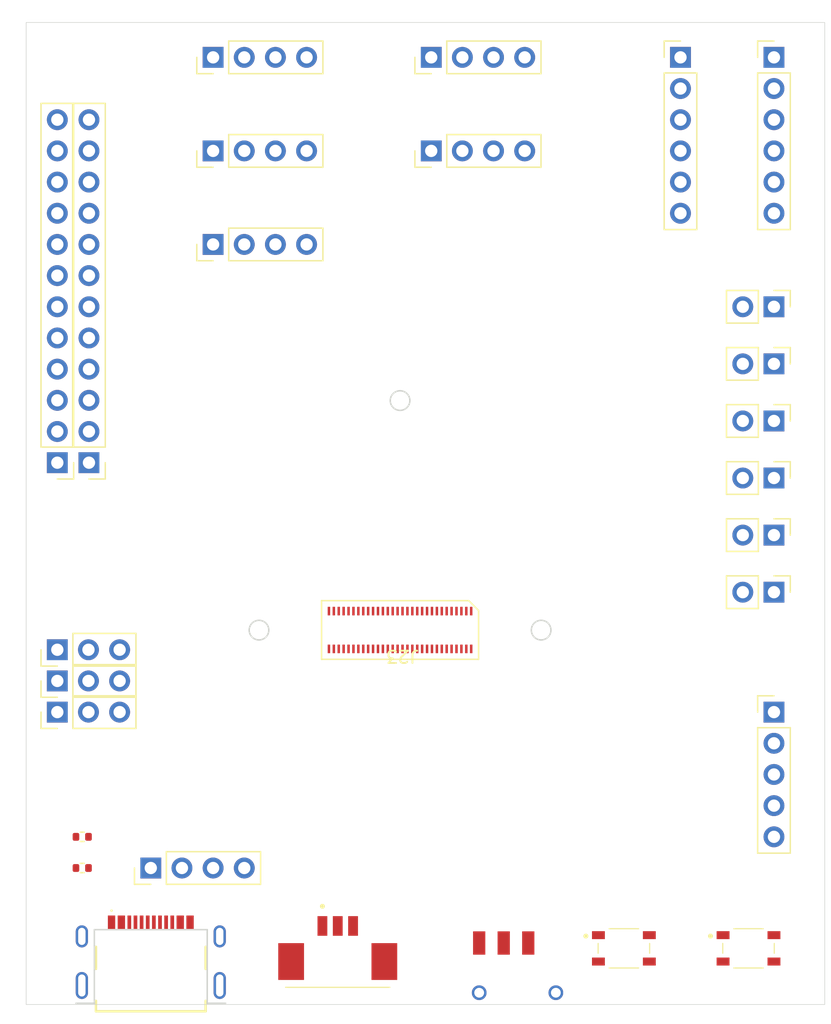
<source format=kicad_pcb>
(kicad_pcb (version 20241229) (generator "pcbnew") (generator_version "9.0")
  (layers (0 "F.Cu" signal) (2 "B.Cu" signal) (13 "F.Paste" user) (15 "B.Paste" user) (5 "F.SilkS" user "F.Silkscreen") (7 "B.SilkS" user "B.Silkscreen") (1 "F.Mask" user) (3 "B.Mask" user) (25 "Edge.Cuts" user))
  (net 0 "")
  (net 2 "/D+")
  (net 3 "GND")
  (net 4 "/VBUS")
  (net 6 "/D-")
  (net 7 "Net-(J1-CC1)")
  (net 8 "Net-(J1-CC2)")
  (net 9 "/VBAT_SWITCHED")
  (net 10 "/VSYS")
  (net 11 "/3V3")
  (net 12 "/BATTERY_TEMP")
  (net 13 "/30")
  (net 14 "/25")
  (net 15 "/52")
  (net 16 "/31")
  (net 17 "/32")
  (net 18 "/27")
  (net 19 "/23")
  (net 20 "/39")
  (net 21 "/17")
  (net 22 "/33")
  (net 23 "/46")
  (net 24 "/29")
  (net 25 "/19")
  (net 26 "/21")
  (net 27 "/5")
  (net 28 "/11")
  (net 29 "/7")
  (net 30 "/53")
  (net 31 "/13")
  (net 32 "/15")
  (net 33 "/35")
  (net 34 "/37")
  (net 35 "/36")
  (net 36 "/40")
  (net 37 "/34")
  (net 38 "/38")
  (net 39 "/42")
  (net 40 "/44")
  (net 41 "/48")
  (net 42 "/50")
  (net 43 "/RST")
  (net 44 "/45")
  (net 45 "/47")
  (net 46 "/51")
  (net 47 "/BOOT")
  (net 48 "/VBAT")
  (net 49 "/55")
  (net 50 "/43")
  (net 51 "/49")
  (net 52 "/57")
  (footprint "Connector_PinHeader_2.54mm:PinHeader_1x03_P2.54mm_Vertical" (layer "F.Cu") (at 91.440001 101.6 90)
    (property "Reference" "J19" (hide yes))
    (property "Value" "Conn_01x03")
    (fp_line (start -1.33 -1.33) (end 0 -1.33) (stroke (width 0.12)) (layer "F.SilkS"))
    (fp_line (start -1.33 0) (end -1.33 -1.33) (stroke (width 0.12)) (layer "F.SilkS"))
    (fp_line (start 1.33 1.270001) (end 1.33 6.409999) (stroke (width 0.12)) (layer "F.SilkS"))
    (fp_line (start -1.33 1.270001) (end 1.33 1.270001) (stroke (width 0.12)) (layer "F.SilkS"))
    (fp_line (start -1.33 1.270001) (end -1.33 6.409999) (stroke (width 0.12)) (layer "F.SilkS"))
    (fp_line (start -1.33 6.409999) (end 1.33 6.409999) (stroke (width 0.12)) (layer "F.SilkS"))
    (pad "1" thru_hole rect (at 0 0 90) (size 1.7 1.7) (drill 1) (layers "*.Cu" "*.Mask") (net 3 "GND"))
    (pad "2" thru_hole oval (at 0 2.54 90) (size 1.7 1.7) (drill 1) (layers "*.Cu" "*.Mask") (net 11 "/3V3"))
    (pad "3" thru_hole oval (at 0 5.079999 90) (size 1.7 1.7) (drill 1) (layers "*.Cu" "*.Mask") (net 26 "/21"))
  )
  (footprint "Component_lib:450405020524" (layer "F.Cu") (at 125.83 126.44)
    (property "Reference" "SW1" (hide yes))
    (property "Value" "450405020524")
    (pad "1" smd rect (at 0 -0.95) (size 1 1.9) (layers "F.Cu" "F.Mask" "F.Paste") (net 9 "/VBAT_SWITCHED"))
    (pad "2" smd rect (at 2 -0.95) (size 1 1.9) (layers "F.Cu" "F.Mask" "F.Paste"))
    (pad "3" smd rect (at 4 -0.95) (size 1 1.9) (layers "F.Cu" "F.Mask" "F.Paste") (net 48 "/VBAT"))
    (pad "MH" thru_hole circle (at 0 3.1) (size 1.2 1.2) (drill 0.8) (layers "*.Cu" "*.Mask"))
    (pad "MH" thru_hole circle (at 6.25 3.1) (size 1.2 1.2) (drill 0.8) (layers "*.Cu" "*.Mask"))
  )
  (footprint "Connector_PinHeader_2.54mm:PinHeader_1x03_P2.54mm_Vertical" (layer "F.Cu") (at 91.440001 106.68 90)
    (property "Reference" "J12" (hide yes))
    (property "Value" "Conn_01x03")
    (fp_line (start -1.33 -1.33) (end 0 -1.33) (stroke (width 0.12)) (layer "F.SilkS"))
    (fp_line (start -1.33 0) (end -1.33 -1.33) (stroke (width 0.12)) (layer "F.SilkS"))
    (fp_line (start 1.33 1.270001) (end 1.33 6.409999) (stroke (width 0.12)) (layer "F.SilkS"))
    (fp_line (start -1.33 1.270001) (end 1.33 1.270001) (stroke (width 0.12)) (layer "F.SilkS"))
    (fp_line (start -1.33 1.270001) (end -1.33 6.409999) (stroke (width 0.12)) (layer "F.SilkS"))
    (fp_line (start -1.33 6.409999) (end 1.33 6.409999) (stroke (width 0.12)) (layer "F.SilkS"))
    (pad "1" thru_hole rect (at 0 0 90) (size 1.7 1.7) (drill 1) (layers "*.Cu" "*.Mask") (net 3 "GND"))
    (pad "2" thru_hole oval (at 0 2.54 90) (size 1.7 1.7) (drill 1) (layers "*.Cu" "*.Mask") (net 11 "/3V3"))
    (pad "3" thru_hole oval (at 0 5.079999 90) (size 1.7 1.7) (drill 1) (layers "*.Cu" "*.Mask") (net 21 "/17"))
  )
  (footprint "Connector_PinHeader_2.54mm:PinHeader_1x02_P2.54mm_Vertical" (layer "F.Cu") (at 149.86 87.610001 -90)
    (property "Reference" "J5" (hide yes))
    (property "Value" "Conn_01x02")
    (fp_line (start -1.33 3.87) (end 1.33 3.87) (stroke (width 0.12)) (layer "F.SilkS"))
    (fp_line (start -1.33 1.270001) (end -1.33 3.87) (stroke (width 0.12)) (layer "F.SilkS"))
    (fp_line (start -1.33 1.270001) (end 1.33 1.270001) (stroke (width 0.12)) (layer "F.SilkS"))
    (fp_line (start 1.33 1.270001) (end 1.33 3.87) (stroke (width 0.12)) (layer "F.SilkS"))
    (fp_line (start -1.33 0) (end -1.33 -1.33) (stroke (width 0.12)) (layer "F.SilkS"))
    (fp_line (start -1.33 -1.33) (end 0 -1.33) (stroke (width 0.12)) (layer "F.SilkS"))
    (pad "1" thru_hole rect (at 0 0 270) (size 1.7 1.7) (drill 1) (layers "*.Cu" "*.Mask") (net 3 "GND"))
    (pad "2" thru_hole oval (at 0 2.54 270) (size 1.7 1.7) (drill 1) (layers "*.Cu" "*.Mask") (net 11 "/3V3"))
  )
  (footprint "Connector_PinHeader_2.54mm:PinHeader_1x04_P2.54mm_Vertical" (layer "F.Cu") (at 104.14 60.96 90)
    (property "Reference" "J20" (hide yes))
    (property "Value" "Conn_01x04")
    (fp_line (start -1.33 -1.33) (end 0 -1.33) (stroke (width 0.12)) (layer "F.SilkS"))
    (fp_line (start -1.33 0) (end -1.33 -1.33) (stroke (width 0.12)) (layer "F.SilkS"))
    (fp_line (start 1.33 1.270001) (end 1.33 8.95) (stroke (width 0.12)) (layer "F.SilkS"))
    (fp_line (start -1.33 1.270001) (end 1.33 1.270001) (stroke (width 0.12)) (layer "F.SilkS"))
    (fp_line (start -1.33 1.270001) (end -1.33 8.95) (stroke (width 0.12)) (layer "F.SilkS"))
    (fp_line (start -1.33 8.95) (end 1.33 8.95) (stroke (width 0.12)) (layer "F.SilkS"))
    (pad "1" thru_hole rect (at 0 0 90) (size 1.7 1.7) (drill 1) (layers "*.Cu" "*.Mask") (net 3 "GND"))
    (pad "2" thru_hole oval (at 0 2.54 90) (size 1.7 1.7) (drill 1) (layers "*.Cu" "*.Mask") (net 35 "/36"))
    (pad "3" thru_hole oval (at 0 5.079999 90) (size 1.7 1.7) (drill 1) (layers "*.Cu" "*.Mask") (net 37 "/34"))
    (pad "4" thru_hole oval (at 0 7.62 90) (size 1.7 1.7) (drill 1) (layers "*.Cu" "*.Mask") (net 11 "/3V3"))
  )
  (footprint "Connector_PinHeader_2.54mm:PinHeader_1x02_P2.54mm_Vertical" (layer "F.Cu") (at 149.86 92.26 -90)
    (property "Reference" "J13" (hide yes))
    (property "Value" "Conn_01x02")
    (fp_line (start -1.33 3.87) (end 1.33 3.87) (stroke (width 0.12)) (layer "F.SilkS"))
    (fp_line (start -1.33 1.270001) (end -1.33 3.87) (stroke (width 0.12)) (layer "F.SilkS"))
    (fp_line (start -1.33 1.270001) (end 1.33 1.270001) (stroke (width 0.12)) (layer "F.SilkS"))
    (fp_line (start 1.33 1.270001) (end 1.33 3.87) (stroke (width 0.12)) (layer "F.SilkS"))
    (fp_line (start -1.33 0) (end -1.33 -1.33) (stroke (width 0.12)) (layer "F.SilkS"))
    (fp_line (start -1.33 -1.33) (end 0 -1.33) (stroke (width 0.12)) (layer "F.SilkS"))
    (pad "1" thru_hole rect (at 0 0 270) (size 1.7 1.7) (drill 1) (layers "*.Cu" "*.Mask") (net 33 "/35"))
    (pad "2" thru_hole oval (at 0 2.54 270) (size 1.7 1.7) (drill 1) (layers "*.Cu" "*.Mask") (net 34 "/37"))
  )
  (footprint "Resistor_SMD:R_0402_1005Metric" (layer "F.Cu") (at 93.47 116.84)
    (property "Reference" "R2" (hide yes))
    (property "Value" "5k1")
    (fp_line (start -0.153641 -0.38) (end 0.153641 -0.38) (stroke (width 0.12)) (layer "F.SilkS"))
    (fp_line (start -0.153641 0.38) (end 0.153641 0.38) (stroke (width 0.12)) (layer "F.SilkS"))
    (pad "1" smd roundrect (at -0.51 0) (size 0.54 0.64) (layers "F.Cu" "F.Mask" "F.Paste") (net 7 "Net-(J1-CC1)"))
    (pad "2" smd roundrect (at 0.51 0) (size 0.54 0.64) (layers "F.Cu" "F.Mask" "F.Paste") (net 3 "GND"))
  )
  (footprint "Component_lib:USB4510031A" (layer "F.Cu") (at 99.06 127.8)
    (property "Reference" "J1" (hide yes))
    (property "Value" "USB4510-03-1-A" (hide yes))
    (fp_line (start -4.47 -2) (end -4.47 -0.2) (stroke (width 0.2)) (layer "F.SilkS"))
    (fp_line (start -4.47 3.25) (end -4.47 2.4) (stroke (width 0.2)) (layer "F.SilkS"))
    (fp_line (start -3.2 -5) (end -3.2 -5) (stroke (width 0.1)) (layer "F.SilkS"))
    (fp_line (start -3.2 -4.9) (end -3.2 -4.9) (stroke (width 0.1)) (layer "F.SilkS"))
    (fp_line (start 4.47 -2) (end 4.47 -0.2) (stroke (width 0.2)) (layer "F.SilkS"))
    (fp_line (start 4.47 2.4) (end 4.47 3.25) (stroke (width 0.2)) (layer "F.SilkS"))
    (fp_line (start 4.47 3.25) (end -4.47 3.25) (stroke (width 0.2)) (layer "F.SilkS"))
    (fp_arc (start -3.2 -5) (mid -3.15 -4.95) (end -3.2 -4.9) (stroke (width 0.1)) (layer "F.SilkS"))
    (fp_arc (start -3.2 -4.9) (mid -3.25 -4.95) (end -3.2 -5) (stroke (width 0.1)) (layer "F.SilkS"))
    (fp_line (start -4.6 -3.4) (end 4.6 -3.4) (stroke (width 0.12)) (layer "Edge.Cuts"))
    (fp_line (start -4.6 2.6) (end -6.1 2.6) (stroke (width 0.12)) (layer "Edge.Cuts"))
    (fp_line (start -4.6 2.6) (end -4.6 -3.4) (stroke (width 0.12)) (layer "Edge.Cuts"))
    (fp_line (start 4.6 -3.4) (end 4.6 2.6) (stroke (width 0.12)) (layer "Edge.Cuts"))
    (fp_line (start 4.6 2.6) (end 6.1 2.6) (stroke (width 0.12)) (layer "Edge.Cuts"))
    (pad "A1" smd rect (at -3.2 -4) (size 0.6 1.1) (layers "F.Cu" "F.Mask" "F.Paste") (net 3 "GND"))
    (pad "A4" smd rect (at -2.4 -4) (size 0.6 1.1) (layers "F.Cu" "F.Mask" "F.Paste") (net 4 "/VBUS"))
    (pad "A5" smd rect (at -1.25 -4) (size 0.3 1.1) (layers "F.Cu" "F.Mask" "F.Paste") (net 7 "Net-(J1-CC1)"))
    (pad "A6" smd rect (at -0.25 -4) (size 0.3 1.1) (layers "F.Cu" "F.Mask" "F.Paste") (net 2 "/D+"))
    (pad "A7" smd rect (at 0.25 -4) (size 0.3 1.1) (layers "F.Cu" "F.Mask" "F.Paste") (net 6 "/D-"))
    (pad "A8" smd rect (at 1.25 -4) (size 0.3 1.1) (layers "F.Cu" "F.Mask" "F.Paste"))
    (pad "A9" smd rect (at 2.4 -4) (size 0.6 1.1) (layers "F.Cu" "F.Mask" "F.Paste") (net 4 "/VBUS"))
    (pad "A12" smd rect (at 3.2 -4) (size 0.6 1.1) (layers "F.Cu" "F.Mask" "F.Paste") (net 3 "GND"))
    (pad "B5" smd rect (at 1.75 -4) (size 0.3 1.1) (layers "F.Cu" "F.Mask" "F.Paste") (net 8 "Net-(J1-CC2)"))
    (pad "B6" smd rect (at 0.75 -4) (size 0.3 1.1) (layers "F.Cu" "F.Mask" "F.Paste") (net 2 "/D+"))
    (pad "B7" smd rect (at -0.75 -4) (size 0.3 1.1) (layers "F.Cu" "F.Mask" "F.Paste") (net 6 "/D-"))
    (pad "B8" smd rect (at -1.75 -4) (size 0.3 1.1) (layers "F.Cu" "F.Mask" "F.Paste"))
    (pad "MH1" thru_hole oval (at -5.62 -2.85) (size 1 1.8) (drill oval 0.6 1.4) (layers "*.Cu" "*.Mask") (net 3 "GND"))
    (pad "MH2" thru_hole oval (at -5.62 1.15) (size 1 2.2) (drill oval 0.6 1.8) (layers "*.Cu" "*.Mask") (net 3 "GND"))
    (pad "MH3" thru_hole oval (at 5.62 1.15) (size 1 2.2) (drill oval 0.6 1.8) (layers "*.Cu" "*.Mask") (net 3 "GND"))
    (pad "MH4" thru_hole oval (at 5.62 -2.85) (size 1 1.8) (drill oval 0.6 1.4) (layers "*.Cu" "*.Mask") (net 3 "GND"))
  )
  (footprint "Resistor_SMD:R_0402_1005Metric" (layer "F.Cu") (at 93.47 119.38)
    (property "Reference" "R1" (hide yes))
    (property "Value" "5k1")
    (fp_line (start -0.153641 -0.38) (end 0.153641 -0.38) (stroke (width 0.12)) (layer "F.SilkS"))
    (fp_line (start -0.153641 0.38) (end 0.153641 0.38) (stroke (width 0.12)) (layer "F.SilkS"))
    (pad "1" smd roundrect (at -0.51 0) (size 0.54 0.64) (layers "F.Cu" "F.Mask" "F.Paste") (net 8 "Net-(J1-CC2)"))
    (pad "2" smd roundrect (at 0.51 0) (size 0.54 0.64) (layers "F.Cu" "F.Mask" "F.Paste") (net 3 "GND"))
  )
  (footprint "Connector_PinHeader_2.54mm:PinHeader_1x06_P2.54mm_Vertical" (layer "F.Cu") (at 149.86 53.34)
    (property "Reference" "J10" (hide yes))
    (property "Value" "Conn_01x06")
    (fp_line (start -1.33 -1.33) (end 0 -1.33) (stroke (width 0.12)) (layer "F.SilkS"))
    (fp_line (start -1.33 0) (end -1.33 -1.33) (stroke (width 0.12)) (layer "F.SilkS"))
    (fp_line (start -1.33 1.27) (end -1.33 14.03) (stroke (width 0.12)) (layer "F.SilkS"))
    (fp_line (start -1.33 1.27) (end 1.33 1.27) (stroke (width 0.12)) (layer "F.SilkS"))
    (fp_line (start -1.33 14.03) (end 1.33 14.03) (stroke (width 0.12)) (layer "F.SilkS"))
    (fp_line (start 1.33 1.27) (end 1.33 14.03) (stroke (width 0.12)) (layer "F.SilkS"))
    (pad "1" thru_hole rect (at 0 0) (size 1.7 1.7) (drill 1) (layers "*.Cu" "*.Mask") (net 3 "GND"))
    (pad "2" thru_hole oval (at 0 2.54) (size 1.7 1.7) (drill 1) (layers "*.Cu" "*.Mask") (net 28 "/11"))
    (pad "3" thru_hole oval (at 0 5.08) (size 1.7 1.7) (drill 1) (layers "*.Cu" "*.Mask") (net 30 "/53"))
    (pad "4" thru_hole oval (at 0 7.62) (size 1.7 1.7) (drill 1) (layers "*.Cu" "*.Mask") (net 29 "/7"))
    (pad "5" thru_hole oval (at 0 10.16) (size 1.7 1.7) (drill 1) (layers "*.Cu" "*.Mask") (net 27 "/5"))
    (pad "6" thru_hole oval (at 0 12.7) (size 1.7 1.7) (drill 1) (layers "*.Cu" "*.Mask") (net 11 "/3V3"))
  )
  (footprint "Connector_PinHeader_2.54mm:PinHeader_1x04_P2.54mm_Vertical" (layer "F.Cu") (at 99.06 119.38 90)
    (property "Reference" "J7" (hide yes))
    (property "Value" "Conn_01x04")
    (fp_line (start -1.33 -1.33) (end 0 -1.33) (stroke (width 0.12)) (layer "F.SilkS"))
    (fp_line (start -1.33 0) (end -1.33 -1.33) (stroke (width 0.12)) (layer "F.SilkS"))
    (fp_line (start 1.33 1.270001) (end 1.33 8.95) (stroke (width 0.12)) (layer "F.SilkS"))
    (fp_line (start -1.33 1.270001) (end 1.33 1.270001) (stroke (width 0.12)) (layer "F.SilkS"))
    (fp_line (start -1.33 1.270001) (end -1.33 8.95) (stroke (width 0.12)) (layer "F.SilkS"))
    (fp_line (start -1.33 8.95) (end 1.33 8.95) (stroke (width 0.12)) (layer "F.SilkS"))
    (pad "1" thru_hole rect (at 0 0 90) (size 1.7 1.7) (drill 1) (layers "*.Cu" "*.Mask") (net 4 "/VBUS"))
    (pad "2" thru_hole oval (at 0 2.54 90) (size 1.7 1.7) (drill 1) (layers "*.Cu" "*.Mask") (net 2 "/D+"))
    (pad "3" thru_hole oval (at 0 5.079999 90) (size 1.7 1.7) (drill 1) (layers "*.Cu" "*.Mask") (net 6 "/D-"))
    (pad "4" thru_hole oval (at 0 7.62 90) (size 1.7 1.7) (drill 1) (layers "*.Cu" "*.Mask") (net 3 "GND"))
  )
  (footprint "Connector_PinHeader_2.54mm:PinHeader_1x04_P2.54mm_Vertical" (layer "F.Cu") (at 104.14 53.34 90)
    (property "Reference" "J9" (hide yes))
    (property "Value" "Conn_01x04")
    (fp_line (start -1.33 -1.33) (end 0 -1.33) (stroke (width 0.12)) (layer "F.SilkS"))
    (fp_line (start -1.33 0) (end -1.33 -1.33) (stroke (width 0.12)) (layer "F.SilkS"))
    (fp_line (start 1.33 1.270001) (end 1.33 8.95) (stroke (width 0.12)) (layer "F.SilkS"))
    (fp_line (start -1.33 1.270001) (end 1.33 1.270001) (stroke (width 0.12)) (layer "F.SilkS"))
    (fp_line (start -1.33 1.270001) (end -1.33 8.95) (stroke (width 0.12)) (layer "F.SilkS"))
    (fp_line (start -1.33 8.95) (end 1.33 8.95) (stroke (width 0.12)) (layer "F.SilkS"))
    (pad "1" thru_hole rect (at 0 0 90) (size 1.7 1.7) (drill 1) (layers "*.Cu" "*.Mask") (net 3 "GND"))
    (pad "2" thru_hole oval (at 0 2.54 90) (size 1.7 1.7) (drill 1) (layers "*.Cu" "*.Mask") (net 26 "/21"))
    (pad "3" thru_hole oval (at 0 5.079999 90) (size 1.7 1.7) (drill 1) (layers "*.Cu" "*.Mask") (net 25 "/19"))
    (pad "4" thru_hole oval (at 0 7.62 90) (size 1.7 1.7) (drill 1) (layers "*.Cu" "*.Mask") (net 11 "/3V3"))
  )
  (footprint "Component_lib:PSoM_ESP32S2_00" (layer "F.Cu") (at 119.38 100)
    (property "Reference" "J23" (at 0.2 2.13 180) (layer "F.SilkS"))
    (property "Value" "PSoM_ESP32S2_Carrier_Board")
    (fp_line (start -6.4 -2.4) (end 5.6 -2.4) (stroke (width 0.12)) (layer "F.SilkS"))
    (fp_line (start -6.4 2.38) (end -6.4 -2.4) (stroke (width 0.12)) (layer "F.SilkS"))
    (fp_line (start 5.6 -2.4) (end 6.4 -1.6) (stroke (width 0.12)) (layer "F.SilkS"))
    (fp_line (start 6.4 -1.6) (end 6.4 2.38) (stroke (width 0.12)) (layer "F.SilkS"))
    (fp_line (start 6.4 2.38) (end -6.4 2.38) (stroke (width 0.12)) (layer "F.SilkS"))
    (fp_circle (center -11.5 0) (end -10.7 0) (stroke (width 0.12)) (fill no) (layer "Edge.Cuts"))
    (fp_circle (center 0 -18.7) (end 0.8 -18.7) (stroke (width 0.12)) (fill no) (layer "Edge.Cuts"))
    (fp_circle (center 11.5 0) (end 12.3 0) (stroke (width 0.12)) (fill no) (layer "Edge.Cuts"))
    (pad "1" smd rect (at 5.8 -1.55 180) (size 0.2 0.7) (layers "F.Cu" "F.Mask" "F.Paste") (net 3 "GND"))
    (pad "2" smd rect (at 5.8 1.53 180) (size 0.2 0.7) (layers "F.Cu" "F.Mask" "F.Paste") (net 3 "GND"))
    (pad "3" smd rect (at 5.4 -1.55 180) (size 0.2 0.7) (layers "F.Cu" "F.Mask" "F.Paste") (net 12 "/BATTERY_TEMP"))
    (pad "4" smd rect (at 5.4 1.53 180) (size 0.2 0.7) (layers "F.Cu" "F.Mask" "F.Paste") (net 48 "/VBAT"))
    (pad "5" smd rect (at 5 -1.55 180) (size 0.2 0.7) (layers "F.Cu" "F.Mask" "F.Paste") (net 27 "/5"))
    (pad "6" smd rect (at 5 1.53 180) (size 0.2 0.7) (layers "F.Cu" "F.Mask" "F.Paste") (net 48 "/VBAT"))
    (pad "7" smd rect (at 4.6 -1.55 180) (size 0.2 0.7) (layers "F.Cu" "F.Mask" "F.Paste") (net 29 "/7"))
    (pad "8" smd rect (at 4.6 1.53 180) (size 0.2 0.7) (layers "F.Cu" "F.Mask" "F.Paste") (net 48 "/VBAT"))
    (pad "9" smd rect (at 4.2 -1.55 180) (size 0.2 0.7) (layers "F.Cu" "F.Mask" "F.Paste") (net 30 "/53"))
    (pad "10" smd rect (at 4.2 1.53 180) (size 0.2 0.7) (layers "F.Cu" "F.Mask" "F.Paste") (net 4 "/VBUS"))
    (pad "11" smd rect (at 3.8 -1.55 180) (size 0.2 0.7) (layers "F.Cu" "F.Mask" "F.Paste") (net 28 "/11"))
    (pad "12" smd rect (at 3.8 1.53 180) (size 0.2 0.7) (layers "F.Cu" "F.Mask" "F.Paste") (net 4 "/VBUS"))
    (pad "13" smd rect (at 3.4 -1.55 180) (size 0.2 0.7) (layers "F.Cu" "F.Mask" "F.Paste") (net 31 "/13"))
    (pad "14" smd rect (at 3.4 1.53 180) (size 0.2 0.7) (layers "F.Cu" "F.Mask" "F.Paste") (net 10 "/VSYS"))
    (pad "15" smd rect (at 3 -1.55 180) (size 0.2 0.7) (layers "F.Cu" "F.Mask" "F.Paste") (net 32 "/15"))
    (pad "16" smd rect (at 3 1.53 180) (size 0.2 0.7) (layers "F.Cu" "F.Mask" "F.Paste") (net 10 "/VSYS"))
    (pad "17" smd rect (at 2.6 -1.55 180) (size 0.2 0.7) (layers "F.Cu" "F.Mask" "F.Paste") (net 21 "/17"))
    (pad "18" smd rect (at 2.6 1.53 180) (size 0.2 0.7) (layers "F.Cu" "F.Mask" "F.Paste") (net 11 "/3V3"))
    (pad "19" smd rect (at 2.2 -1.55 180) (size 0.2 0.7) (layers "F.Cu" "F.Mask" "F.Paste") (net 25 "/19"))
    (pad "20" smd rect (at 2.2 1.53 180) (size 0.2 0.7) (layers "F.Cu" "F.Mask" "F.Paste") (net 11 "/3V3"))
    (pad "21" smd rect (at 1.8 -1.55 180) (size 0.2 0.7) (layers "F.Cu" "F.Mask" "F.Paste") (net 26 "/21"))
    (pad "22" smd rect (at 1.8 1.53 180) (size 0.2 0.7) (layers "F.Cu" "F.Mask" "F.Paste") (net 3 "GND"))
    (pad "23" smd rect (at 1.4 -1.55 180) (size 0.2 0.7) (layers "F.Cu" "F.Mask" "F.Paste") (net 19 "/23"))
    (pad "24" smd rect (at 1.4 1.53 180) (size 0.2 0.7) (layers "F.Cu" "F.Mask" "F.Paste") (net 3 "GND"))
    (pad "25" smd rect (at 1 -1.55 180) (size 0.2 0.7) (layers "F.Cu" "F.Mask" "F.Paste") (net 14 "/25"))
    (pad "26" smd rect (at 1 1.53 180) (size 0.2 0.7) (layers "F.Cu" "F.Mask" "F.Paste") (net 47 "/BOOT"))
    (pad "27" smd rect (at 0.6 -1.55 180) (size 0.2 0.7) (layers "F.Cu" "F.Mask" "F.Paste") (net 18 "/27"))
    (pad "28" smd rect (at 0.6 1.53 180) (size 0.2 0.7) (layers "F.Cu" "F.Mask" "F.Paste") (net 43 "/RST"))
    (pad "29" smd rect (at 0.2 -1.55 180) (size 0.2 0.7) (layers "F.Cu" "F.Mask" "F.Paste") (net 24 "/29"))
    (pad "30" smd rect (at 0.2 1.53 180) (size 0.2 0.7) (layers "F.Cu" "F.Mask" "F.Paste") (net 13 "/30"))
    (pad "31" smd rect (at -0.2 -1.55 180) (size 0.2 0.7) (layers "F.Cu" "F.Mask" "F.Paste") (net 16 "/31"))
    (pad "32" smd rect (at -0.2 1.53 180) (size 0.2 0.7) (layers "F.Cu" "F.Mask" "F.Paste") (net 17 "/32"))
    (pad "33" smd rect (at -0.6 -1.55 180) (size 0.2 0.7) (layers "F.Cu" "F.Mask" "F.Paste") (net 22 "/33"))
    (pad "34" smd rect (at -0.6 1.53 180) (size 0.2 0.7) (layers "F.Cu" "F.Mask" "F.Paste") (net 37 "/34"))
    (pad "35" smd rect (at -1 -1.55 180) (size 0.2 0.7) (layers "F.Cu" "F.Mask" "F.Paste") (net 33 "/35"))
    (pad "36" smd rect (at -1 1.53 180) (size 0.2 0.7) (layers "F.Cu" "F.Mask" "F.Paste") (net 35 "/36"))
    (pad "37" smd rect (at -1.4 -1.55 180) (size 0.2 0.7) (layers "F.Cu" "F.Mask" "F.Paste") (net 34 "/37"))
    (pad "38" smd rect (at -1.4 1.53 180) (size 0.2 0.7) (layers "F.Cu" "F.Mask" "F.Paste") (net 38 "/38"))
    (pad "39" smd rect (at -1.8 -1.55 180) (size 0.2 0.7) (layers "F.Cu" "F.Mask" "F.Paste") (net 20 "/39"))
    (pad "40" smd rect (at -1.8 1.53 180) (size 0.2 0.7) (layers "F.Cu" "F.Mask" "F.Paste") (net 36 "/40"))
    (pad "41" smd rect (at -2.2 -1.55 180) (size 0.2 0.7) (layers "F.Cu" "F.Mask" "F.Paste") (net 3 "GND"))
    (pad "42" smd rect (at -2.2 1.53 180) (size 0.2 0.7) (layers "F.Cu" "F.Mask" "F.Paste") (net 39 "/42"))
    (pad "43" smd rect (at -2.6 -1.55 180) (size 0.2 0.7) (layers "F.Cu" "F.Mask" "F.Paste") (net 50 "/43"))
    (pad "44" smd rect (at -2.6 1.53 180) (size 0.2 0.7) (layers "F.Cu" "F.Mask" "F.Paste") (net 40 "/44"))
    (pad "45" smd rect (at -3 -1.55 180) (size 0.2 0.7) (layers "F.Cu" "F.Mask" "F.Paste") (net 44 "/45"))
    (pad "46" smd rect (at -3 1.53 180) (size 0.2 0.7) (layers "F.Cu" "F.Mask" "F.Paste") (net 23 "/46"))
    (pad "47" smd rect (at -3.4 -1.55 180) (size 0.2 0.7) (layers "F.Cu" "F.Mask" "F.Paste") (net 45 "/47"))
    (pad "48" smd rect (at -3.4 1.53 180) (size 0.2 0.7) (layers "F.Cu" "F.Mask" "F.Paste") (net 41 "/48"))
    (pad "49" smd rect (at -3.8 -1.55 180) (size 0.2 0.7) (layers "F.Cu" "F.Mask" "F.Paste") (net 51 "/49"))
    (pad "50" smd rect (at -3.8 1.53 180) (size 0.2 0.7) (layers "F.Cu" "F.Mask" "F.Paste") (net 42 "/50"))
    (pad "51" smd rect (at -4.2 -1.55 180) (size 0.2 0.7) (layers "F.Cu" "F.Mask" "F.Paste") (net 46 "/51"))
    (pad "52" smd rect (at -4.2 1.53 180) (size 0.2 0.7) (layers "F.Cu" "F.Mask" "F.Paste") (net 15 "/52"))
    (pad "53" smd rect (at -4.6 -1.55 180) (size 0.2 0.7) (layers "F.Cu" "F.Mask" "F.Paste") (net 30 "/53"))
    (pad "54" smd rect (at -4.6 1.53 180) (size 0.2 0.7) (layers "F.Cu" "F.Mask" "F.Paste") (net 3 "GND"))
    (pad "55" smd rect (at -5 -1.55 180) (size 0.2 0.7) (layers "F.Cu" "F.Mask" "F.Paste") (net 49 "/55"))
    (pad "56" smd rect (at -5 1.53 180) (size 0.2 0.7) (layers "F.Cu" "F.Mask" "F.Paste") (net 2 "/D+"))
    (pad "57" smd rect (at -5.4 -1.55 180) (size 0.2 0.7) (layers "F.Cu" "F.Mask" "F.Paste") (net 52 "/57"))
    (pad "58" smd rect (at -5.4 1.53 180) (size 0.2 0.7) (layers "F.Cu" "F.Mask" "F.Paste") (net 6 "/D-"))
    (pad "59" smd rect (at -5.8 -1.55 180) (size 0.2 0.7) (layers "F.Cu" "F.Mask" "F.Paste") (net 3 "GND"))
    (pad "60" smd rect (at -5.8 1.53 180) (size 0.2 0.7) (layers "F.Cu" "F.Mask" "F.Paste") (net 3 "GND"))
  )
  (footprint "Connector_PinHeader_2.54mm:PinHeader_1x02_P2.54mm_Vertical" (layer "F.Cu") (at 149.86 96.91 -90)
    (property "Reference" "J16" (hide yes))
    (property "Value" "Conn_01x02")
    (fp_line (start -1.33 3.87) (end 1.33 3.87) (stroke (width 0.12)) (layer "F.SilkS"))
    (fp_line (start -1.33 1.270001) (end -1.33 3.87) (stroke (width 0.12)) (layer "F.SilkS"))
    (fp_line (start -1.33 1.270001) (end 1.33 1.270001) (stroke (width 0.12)) (layer "F.SilkS"))
    (fp_line (start 1.33 1.270001) (end 1.33 3.87) (stroke (width 0.12)) (layer "F.SilkS"))
    (fp_line (start -1.33 0) (end -1.33 -1.33) (stroke (width 0.12)) (layer "F.SilkS"))
    (fp_line (start -1.33 -1.33) (end 0 -1.33) (stroke (width 0.12)) (layer "F.SilkS"))
    (pad "1" thru_hole rect (at 0 0 270) (size 1.7 1.7) (drill 1) (layers "*.Cu" "*.Mask") (net 3 "GND"))
    (pad "2" thru_hole oval (at 0 2.54 270) (size 1.7 1.7) (drill 1) (layers "*.Cu" "*.Mask") (net 3 "GND"))
  )
  (footprint "Component_lib:532610371" (layer "F.Cu") (at 114.3 127)
    (property "Reference" "J6" (hide yes))
    (property "Value" "53261-0371" (hide yes))
    (fp_line (start -4.25 2.1) (end 4.25 2.1) (stroke (width 0.1)) (layer "F.SilkS"))
    (fp_line (start -1.25 -4.6) (end -1.25 -4.6) (stroke (width 0.2)) (layer "F.SilkS"))
    (fp_line (start -1.25 -4.4) (end -1.25 -4.4) (stroke (width 0.2)) (layer "F.SilkS"))
    (fp_arc (start -1.25 -4.6) (mid -1.15 -4.5) (end -1.25 -4.4) (stroke (width 0.2)) (layer "F.SilkS"))
    (fp_arc (start -1.25 -4.4) (mid -1.35 -4.5) (end -1.25 -4.6) (stroke (width 0.2)) (layer "F.SilkS"))
    (pad "1" smd rect (at -1.25 -2.9) (size 0.8 1.6) (layers "F.Cu" "F.Mask" "F.Paste") (net 9 "/VBAT_SWITCHED"))
    (pad "2" smd rect (at 0 -2.9) (size 0.8 1.6) (layers "F.Cu" "F.Mask" "F.Paste") (net 12 "/BATTERY_TEMP"))
    (pad "3" smd rect (at 1.25 -2.9) (size 0.8 1.6) (layers "F.Cu" "F.Mask" "F.Paste") (net 3 "GND"))
    (pad "MP1" smd rect (at -3.8 0) (size 2.1 3) (layers "F.Cu" "F.Mask" "F.Paste") (net 3 "GND"))
    (pad "MP2" smd rect (at 3.8 0) (size 2.1 3) (layers "F.Cu" "F.Mask" "F.Paste") (net 3 "GND"))
  )
  (footprint "Connector_PinHeader_2.54mm:PinHeader_1x12_P2.54mm_Vertical" (layer "F.Cu") (at 94.02 86.359999 180)
    (property "Reference" "J8" (hide yes))
    (property "Value" "Conn_01x12")
    (fp_line (start 1.33 1.270001) (end 1.330001 29.27) (stroke (width 0.12)) (layer "F.SilkS"))
    (fp_line (start -1.33 1.270001) (end 1.33 1.270001) (stroke (width 0.12)) (layer "F.SilkS"))
    (fp_line (start -1.33 1.270001) (end -1.330001 29.27) (stroke (width 0.12)) (layer "F.SilkS"))
    (fp_line (start -1.33 0) (end -1.33 -1.33) (stroke (width 0.12)) (layer "F.SilkS"))
    (fp_line (start -1.33 -1.33) (end 0 -1.33) (stroke (width 0.12)) (layer "F.SilkS"))
    (fp_line (start -1.330001 29.27) (end 1.330001 29.27) (stroke (width 0.12)) (layer "F.SilkS"))
    (pad "1" thru_hole rect (at 0 0 180) (size 1.7 1.7) (drill 1) (layers "*.Cu" "*.Mask") (net 19 "/23"))
    (pad "2" thru_hole oval (at 0 2.54 180) (size 1.7 1.7) (drill 1) (layers "*.Cu" "*.Mask") (net 14 "/25"))
    (pad "3" thru_hole oval (at 0 5.079999 180) (size 1.7 1.7) (drill 1) (layers "*.Cu" "*.Mask") (net 18 "/27"))
    (pad "4" thru_hole oval (at 0 7.62 180) (size 1.7 1.7) (drill 1) (layers "*.Cu" "*.Mask") (net 24 "/29"))
    (pad "5" thru_hole oval (at 0 10.16 180) (size 1.7 1.7) (drill 1) (layers "*.Cu" "*.Mask") (net 16 "/31"))
    (pad "6" thru_hole oval (at 0 12.7 180) (size 1.7 1.7) (drill 1) (layers "*.Cu" "*.Mask") (net 22 "/33"))
    (pad "7" thru_hole oval (at 0 15.24 180) (size 1.7 1.7) (drill 1) (layers "*.Cu" "*.Mask") (net 20 "/39"))
    (pad "8" thru_hole oval (at 0 17.780001 180) (size 1.7 1.7) (drill 1) (layers "*.Cu" "*.Mask") (net 13 "/30"))
    (pad "9" thru_hole oval (at 0 20.32 180) (size 1.7 1.7) (drill 1) (layers "*.Cu" "*.Mask") (net 17 "/32"))
    (pad "10" thru_hole oval (at 0 22.86 180) (size 1.7 1.7) (drill 1) (layers "*.Cu" "*.Mask") (net 23 "/46"))
    (pad "11" thru_hole oval (at 0 25.4 180) (size 1.7 1.7) (drill 1) (layers "*.Cu" "*.Mask") (net 21 "/17"))
    (pad "12" thru_hole oval (at 0 27.939999 180) (size 1.7 1.7) (drill 1) (layers "*.Cu" "*.Mask") (net 15 "/52"))
  )
  (footprint "Connector_PinHeader_2.54mm:PinHeader_1x04_P2.54mm_Vertical" (layer "F.Cu") (at 121.920001 53.34 90)
    (property "Reference" "J11" (hide yes))
    (property "Value" "Conn_01x04")
    (fp_line (start -1.33 -1.33) (end 0 -1.33) (stroke (width 0.12)) (layer "F.SilkS"))
    (fp_line (start -1.33 0) (end -1.33 -1.33) (stroke (width 0.12)) (layer "F.SilkS"))
    (fp_line (start 1.33 1.270001) (end 1.33 8.95) (stroke (width 0.12)) (layer "F.SilkS"))
    (fp_line (start -1.33 1.270001) (end 1.33 1.270001) (stroke (width 0.12)) (layer "F.SilkS"))
    (fp_line (start -1.33 1.270001) (end -1.33 8.95) (stroke (width 0.12)) (layer "F.SilkS"))
    (fp_line (start -1.33 8.95) (end 1.33 8.95) (stroke (width 0.12)) (layer "F.SilkS"))
    (pad "1" thru_hole rect (at 0 0 90) (size 1.7 1.7) (drill 1) (layers "*.Cu" "*.Mask") (net 3 "GND"))
    (pad "2" thru_hole oval (at 0 2.54 90) (size 1.7 1.7) (drill 1) (layers "*.Cu" "*.Mask") (net 32 "/15"))
    (pad "3" thru_hole oval (at 0 5.079999 90) (size 1.7 1.7) (drill 1) (layers "*.Cu" "*.Mask") (net 31 "/13"))
    (pad "4" thru_hole oval (at 0 7.62 90) (size 1.7 1.7) (drill 1) (layers "*.Cu" "*.Mask") (net 11 "/3V3"))
  )
  (footprint "Connector_PinHeader_2.54mm:PinHeader_1x12_P2.54mm_Vertical" (layer "F.Cu") (at 91.44 86.359999 180)
    (property "Reference" "J14" (hide yes))
    (property "Value" "Conn_01x12")
    (fp_line (start 1.33 1.270001) (end 1.330001 29.27) (stroke (width 0.12)) (layer "F.SilkS"))
    (fp_line (start -1.33 1.270001) (end 1.33 1.270001) (stroke (width 0.12)) (layer "F.SilkS"))
    (fp_line (start -1.33 1.270001) (end -1.330001 29.27) (stroke (width 0.12)) (layer "F.SilkS"))
    (fp_line (start -1.33 0) (end -1.33 -1.33) (stroke (width 0.12)) (layer "F.SilkS"))
    (fp_line (start -1.33 -1.33) (end 0 -1.33) (stroke (width 0.12)) (layer "F.SilkS"))
    (fp_line (start -1.330001 29.27) (end 1.330001 29.27) (stroke (width 0.12)) (layer "F.SilkS"))
    (pad "1" thru_hole rect (at 0 0 180) (size 1.7 1.7) (drill 1) (layers "*.Cu" "*.Mask") (net 3 "GND"))
    (pad "2" thru_hole oval (at 0 2.54 180) (size 1.7 1.7) (drill 1) (layers "*.Cu" "*.Mask") (net 3 "GND"))
    (pad "3" thru_hole oval (at 0 5.079999 180) (size 1.7 1.7) (drill 1) (layers "*.Cu" "*.Mask") (net 3 "GND"))
    (pad "4" thru_hole oval (at 0 7.62 180) (size 1.7 1.7) (drill 1) (layers "*.Cu" "*.Mask") (net 3 "GND"))
    (pad "5" thru_hole oval (at 0 10.16 180) (size 1.7 1.7) (drill 1) (layers "*.Cu" "*.Mask") (net 3 "GND"))
    (pad "6" thru_hole oval (at 0 12.7 180) (size 1.7 1.7) (drill 1) (layers "*.Cu" "*.Mask") (net 3 "GND"))
    (pad "7" thru_hole oval (at 0 15.24 180) (size 1.7 1.7) (drill 1) (layers "*.Cu" "*.Mask") (net 3 "GND"))
    (pad "8" thru_hole oval (at 0 17.780001 180) (size 1.7 1.7) (drill 1) (layers "*.Cu" "*.Mask") (net 3 "GND"))
    (pad "9" thru_hole oval (at 0 20.32 180) (size 1.7 1.7) (drill 1) (layers "*.Cu" "*.Mask") (net 3 "GND"))
    (pad "10" thru_hole oval (at 0 22.86 180) (size 1.7 1.7) (drill 1) (layers "*.Cu" "*.Mask") (net 3 "GND"))
    (pad "11" thru_hole oval (at 0 25.4 180) (size 1.7 1.7) (drill 1) (layers "*.Cu" "*.Mask") (net 3 "GND"))
    (pad "12" thru_hole oval (at 0 27.939999 180) (size 1.7 1.7) (drill 1) (layers "*.Cu" "*.Mask") (net 3 "GND"))
  )
  (footprint "Connector_PinHeader_2.54mm:PinHeader_1x02_P2.54mm_Vertical" (layer "F.Cu") (at 149.86 73.66 -90)
    (property "Reference" "J2" (hide yes))
    (property "Value" "Conn_01x02")
    (fp_line (start -1.33 3.87) (end 1.33 3.87) (stroke (width 0.12)) (layer "F.SilkS"))
    (fp_line (start -1.33 1.270001) (end -1.33 3.87) (stroke (width 0.12)) (layer "F.SilkS"))
    (fp_line (start -1.33 1.270001) (end 1.33 1.270001) (stroke (width 0.12)) (layer "F.SilkS"))
    (fp_line (start 1.33 1.270001) (end 1.33 3.87) (stroke (width 0.12)) (layer "F.SilkS"))
    (fp_line (start -1.33 0) (end -1.33 -1.33) (stroke (width 0.12)) (layer "F.SilkS"))
    (fp_line (start -1.33 -1.33) (end 0 -1.33) (stroke (width 0.12)) (layer "F.SilkS"))
    (pad "1" thru_hole rect (at 0 0 270) (size 1.7 1.7) (drill 1) (layers "*.Cu" "*.Mask") (net 3 "GND"))
    (pad "2" thru_hole oval (at 0 2.54 270) (size 1.7 1.7) (drill 1) (layers "*.Cu" "*.Mask") (net 9 "/VBAT_SWITCHED"))
  )
  (footprint "Connector_PinHeader_2.54mm:PinHeader_1x05_P2.54mm_Vertical" (layer "F.Cu") (at 149.86 106.68)
    (property "Reference" "J22" (hide yes))
    (property "Value" "Conn_01x05")
    (fp_line (start -1.33 -1.33) (end 0 -1.33) (stroke (width 0.12)) (layer "F.SilkS"))
    (fp_line (start -1.33 0) (end -1.33 -1.33) (stroke (width 0.12)) (layer "F.SilkS"))
    (fp_line (start -1.33 1.270001) (end -1.33 11.49) (stroke (width 0.12)) (layer "F.SilkS"))
    (fp_line (start -1.33 1.270001) (end 1.33 1.270001) (stroke (width 0.12)) (layer "F.SilkS"))
    (fp_line (start -1.33 11.49) (end 1.33 11.49) (stroke (width 0.12)) (layer "F.SilkS"))
    (fp_line (start 1.33 1.270001) (end 1.33 11.49) (stroke (width 0.12)) (layer "F.SilkS"))
    (pad "1" thru_hole rect (at 0 0) (size 1.7 1.7) (drill 1) (layers "*.Cu" "*.Mask") (net 3 "GND"))
    (pad "2" thru_hole oval (at 0 2.54) (size 1.7 1.7) (drill 1) (layers "*.Cu" "*.Mask") (net 43 "/RST"))
    (pad "3" thru_hole oval (at 0 5.079999) (size 1.7 1.7) (drill 1) (layers "*.Cu" "*.Mask") (net 41 "/48"))
    (pad "4" thru_hole oval (at 0 7.62) (size 1.7 1.7) (drill 1) (layers "*.Cu" "*.Mask") (net 42 "/50"))
    (pad "5" thru_hole oval (at 0 10.16) (size 1.7 1.7) (drill 1) (layers "*.Cu" "*.Mask") (net 11 "/3V3"))
  )
  (footprint "Component_lib:SKRPABE010" (layer "F.Cu") (at 137.625 125.925)
    (property "Reference" "S1" (hide yes))
    (property "Value" "SKRPABE010" (hide yes))
    (fp_line (start -3.2 -1) (end -3.2 -1) (stroke (width 0.2)) (layer "F.SilkS"))
    (fp_line (start -3 -1) (end -3 -1) (stroke (width 0.1)) (layer "F.SilkS"))
    (fp_line (start -3 -1) (end -3 -1) (stroke (width 0.2)) (layer "F.SilkS"))
    (fp_line (start -2.1 -0.4) (end -2.1 0.4) (stroke (width 0.1)) (layer "F.SilkS"))
    (fp_line (start -1.2 -1.6) (end 1.2 -1.6) (stroke (width 0.1)) (layer "F.SilkS"))
    (fp_line (start -1.2 1.6) (end 1.2 1.6) (stroke (width 0.1)) (layer "F.SilkS"))
    (fp_line (start 2.1 -0.4) (end 2.1 0.4) (stroke (width 0.1)) (layer "F.SilkS"))
    (fp_arc (start -3.2 -1) (mid -3.1 -1.1) (end -3 -1) (stroke (width 0.2)) (layer "F.SilkS"))
    (fp_arc (start -3 -1) (mid -3.1 -0.9) (end -3.2 -1) (stroke (width 0.2)) (layer "F.SilkS"))
    (pad "1" smd rect (at -2.075 -1.075 90) (size 0.65 1.05) (layers "F.Cu" "F.Mask" "F.Paste") (net 47 "/BOOT"))
    (pad "2" smd rect (at 2.075 -1.075 90) (size 0.65 1.05) (layers "F.Cu" "F.Mask" "F.Paste") (net 3 "GND"))
    (pad "3" smd rect (at -2.075 1.075 90) (size 0.65 1.05) (layers "F.Cu" "F.Mask" "F.Paste"))
    (pad "4" smd rect (at 2.075 1.075 90) (size 0.65 1.05) (layers "F.Cu" "F.Mask" "F.Paste"))
  )
  (footprint "Connector_PinHeader_2.54mm:PinHeader_1x04_P2.54mm_Vertical" (layer "F.Cu") (at 121.92 60.96 90)
    (property "Reference" "J18" (hide yes))
    (property "Value" "Conn_01x04")
    (fp_line (start -1.33 -1.33) (end 0 -1.33) (stroke (width 0.12)) (layer "F.SilkS"))
    (fp_line (start -1.33 0) (end -1.33 -1.33) (stroke (width 0.12)) (layer "F.SilkS"))
    (fp_line (start 1.33 1.270001) (end 1.33 8.95) (stroke (width 0.12)) (layer "F.SilkS"))
    (fp_line (start -1.33 1.270001) (end 1.33 1.270001) (stroke (width 0.12)) (layer "F.SilkS"))
    (fp_line (start -1.33 1.270001) (end -1.33 8.95) (stroke (width 0.12)) (layer "F.SilkS"))
    (fp_line (start -1.33 8.95) (end 1.33 8.95) (stroke (width 0.12)) (layer "F.SilkS"))
    (pad "1" thru_hole rect (at 0 0 90) (size 1.7 1.7) (drill 1) (layers "*.Cu" "*.Mask") (net 3 "GND"))
    (pad "2" thru_hole oval (at 0 2.54 90) (size 1.7 1.7) (drill 1) (layers "*.Cu" "*.Mask") (net 40 "/44"))
    (pad "3" thru_hole oval (at 0 5.079999 90) (size 1.7 1.7) (drill 1) (layers "*.Cu" "*.Mask") (net 39 "/42"))
    (pad "4" thru_hole oval (at 0 7.62 90) (size 1.7 1.7) (drill 1) (layers "*.Cu" "*.Mask") (net 11 "/3V3"))
  )
  (footprint "Connector_PinHeader_2.54mm:PinHeader_1x06_P2.54mm_Vertical" (layer "F.Cu") (at 142.24 53.34)
    (property "Reference" "J17" (hide yes))
    (property "Value" "Conn_01x06")
    (fp_line (start -1.33 -1.33) (end 0 -1.33) (stroke (width 0.12)) (layer "F.SilkS"))
    (fp_line (start -1.33 0) (end -1.33 -1.33) (stroke (width 0.12)) (layer "F.SilkS"))
    (fp_line (start -1.33 1.27) (end -1.33 14.03) (stroke (width 0.12)) (layer "F.SilkS"))
    (fp_line (start -1.33 1.27) (end 1.33 1.27) (stroke (width 0.12)) (layer "F.SilkS"))
    (fp_line (start -1.33 14.03) (end 1.33 14.03) (stroke (width 0.12)) (layer "F.SilkS"))
    (fp_line (start 1.33 1.27) (end 1.33 14.03) (stroke (width 0.12)) (layer "F.SilkS"))
    (pad "1" thru_hole rect (at 0 0) (size 1.7 1.7) (drill 1) (layers "*.Cu" "*.Mask") (net 3 "GND"))
    (pad "2" thru_hole oval (at 0 2.54) (size 1.7 1.7) (drill 1) (layers "*.Cu" "*.Mask") (net 36 "/40"))
    (pad "3" thru_hole oval (at 0 5.08) (size 1.7 1.7) (drill 1) (layers "*.Cu" "*.Mask") (net 38 "/38"))
    (pad "4" thru_hole oval (at 0 7.62) (size 1.7 1.7) (drill 1) (layers "*.Cu" "*.Mask") (net 35 "/36"))
    (pad "5" thru_hole oval (at 0 10.16) (size 1.7 1.7) (drill 1) (layers "*.Cu" "*.Mask") (net 37 "/34"))
    (pad "6" thru_hole oval (at 0 12.7) (size 1.7 1.7) (drill 1) (layers "*.Cu" "*.Mask") (net 11 "/3V3"))
  )
  (footprint "Connector_PinHeader_2.54mm:PinHeader_1x02_P2.54mm_Vertical" (layer "F.Cu") (at 149.86 78.310001 -90)
    (property "Reference" "J3" (hide yes))
    (property "Value" "Conn_01x02")
    (fp_line (start -1.33 3.87) (end 1.33 3.87) (stroke (width 0.12)) (layer "F.SilkS"))
    (fp_line (start -1.33 1.270001) (end -1.33 3.87) (stroke (width 0.12)) (layer "F.SilkS"))
    (fp_line (start -1.33 1.270001) (end 1.33 1.270001) (stroke (width 0.12)) (layer "F.SilkS"))
    (fp_line (start 1.33 1.270001) (end 1.33 3.87) (stroke (width 0.12)) (layer "F.SilkS"))
    (fp_line (start -1.33 0) (end -1.33 -1.33) (stroke (width 0.12)) (layer "F.SilkS"))
    (fp_line (start -1.33 -1.33) (end 0 -1.33) (stroke (width 0.12)) (layer "F.SilkS"))
    (pad "1" thru_hole rect (at 0 0 270) (size 1.7 1.7) (drill 1) (layers "*.Cu" "*.Mask") (net 3 "GND"))
    (pad "2" thru_hole oval (at 0 2.54 270) (size 1.7 1.7) (drill 1) (layers "*.Cu" "*.Mask") (net 4 "/VBUS"))
  )
  (footprint "Connector_PinHeader_2.54mm:PinHeader_1x03_P2.54mm_Vertical" (layer "F.Cu") (at 91.440001 104.14 90)
    (property "Reference" "J15" (hide yes))
    (property "Value" "Conn_01x03")
    (fp_line (start -1.33 -1.33) (end 0 -1.33) (stroke (width 0.12)) (layer "F.SilkS"))
    (fp_line (start -1.33 0) (end -1.33 -1.33) (stroke (width 0.12)) (layer "F.SilkS"))
    (fp_line (start 1.33 1.270001) (end 1.33 6.409999) (stroke (width 0.12)) (layer "F.SilkS"))
    (fp_line (start -1.33 1.270001) (end 1.33 1.270001) (stroke (width 0.12)) (layer "F.SilkS"))
    (fp_line (start -1.33 1.270001) (end -1.33 6.409999) (stroke (width 0.12)) (layer "F.SilkS"))
    (fp_line (start -1.33 6.409999) (end 1.33 6.409999) (stroke (width 0.12)) (layer "F.SilkS"))
    (pad "1" thru_hole rect (at 0 0 90) (size 1.7 1.7) (drill 1) (layers "*.Cu" "*.Mask") (net 3 "GND"))
    (pad "2" thru_hole oval (at 0 2.54 90) (size 1.7 1.7) (drill 1) (layers "*.Cu" "*.Mask") (net 11 "/3V3"))
    (pad "3" thru_hole oval (at 0 5.079999 90) (size 1.7 1.7) (drill 1) (layers "*.Cu" "*.Mask") (net 25 "/19"))
  )
  (footprint "Component_lib:SKRPABE010" (layer "F.Cu") (at 147.785 125.925)
    (property "Reference" "S2" (hide yes))
    (property "Value" "SKRPABE010" (hide yes))
    (fp_line (start -3.2 -1) (end -3.2 -1) (stroke (width 0.2)) (layer "F.SilkS"))
    (fp_line (start -3 -1) (end -3 -1) (stroke (width 0.1)) (layer "F.SilkS"))
    (fp_line (start -3 -1) (end -3 -1) (stroke (width 0.2)) (layer "F.SilkS"))
    (fp_line (start -2.1 -0.4) (end -2.1 0.4) (stroke (width 0.1)) (layer "F.SilkS"))
    (fp_line (start -1.2 -1.6) (end 1.2 -1.6) (stroke (width 0.1)) (layer "F.SilkS"))
    (fp_line (start -1.2 1.6) (end 1.2 1.6) (stroke (width 0.1)) (layer "F.SilkS"))
    (fp_line (start 2.1 -0.4) (end 2.1 0.4) (stroke (width 0.1)) (layer "F.SilkS"))
    (fp_arc (start -3.2 -1) (mid -3.1 -1.1) (end -3 -1) (stroke (width 0.2)) (layer "F.SilkS"))
    (fp_arc (start -3 -1) (mid -3.1 -0.9) (end -3.2 -1) (stroke (width 0.2)) (layer "F.SilkS"))
    (pad "1" smd rect (at -2.075 -1.075 90) (size 0.65 1.05) (layers "F.Cu" "F.Mask" "F.Paste") (net 43 "/RST"))
    (pad "2" smd rect (at 2.075 -1.075 90) (size 0.65 1.05) (layers "F.Cu" "F.Mask" "F.Paste") (net 3 "GND"))
    (pad "3" smd rect (at -2.075 1.075 90) (size 0.65 1.05) (layers "F.Cu" "F.Mask" "F.Paste"))
    (pad "4" smd rect (at 2.075 1.075 90) (size 0.65 1.05) (layers "F.Cu" "F.Mask" "F.Paste"))
  )
  (footprint "Connector_PinHeader_2.54mm:PinHeader_1x02_P2.54mm_Vertical" (layer "F.Cu") (at 149.86 82.96 -90)
    (property "Reference" "J4" (hide yes))
    (property "Value" "Conn_01x02")
    (fp_line (start -1.33 3.87) (end 1.33 3.87) (stroke (width 0.12)) (layer "F.SilkS"))
    (fp_line (start -1.33 1.270001) (end -1.33 3.87) (stroke (width 0.12)) (layer "F.SilkS"))
    (fp_line (start -1.33 1.270001) (end 1.33 1.270001) (stroke (width 0.12)) (layer "F.SilkS"))
    (fp_line (start 1.33 1.270001) (end 1.33 3.87) (stroke (width 0.12)) (layer "F.SilkS"))
    (fp_line (start -1.33 0) (end -1.33 -1.33) (stroke (width 0.12)) (layer "F.SilkS"))
    (fp_line (start -1.33 -1.33) (end 0 -1.33) (stroke (width 0.12)) (layer "F.SilkS"))
    (pad "1" thru_hole rect (at 0 0 270) (size 1.7 1.7) (drill 1) (layers "*.Cu" "*.Mask") (net 3 "GND"))
    (pad "2" thru_hole oval (at 0 2.54 270) (size 1.7 1.7) (drill 1) (layers "*.Cu" "*.Mask") (net 10 "/VSYS"))
  )
  (footprint "Connector_PinHeader_2.54mm:PinHeader_1x04_P2.54mm_Vertical" (layer "F.Cu") (at 104.14 68.58 90)
    (property "Reference" "J21" (hide yes))
    (property "Value" "Conn_01x04")
    (fp_line (start -1.33 -1.33) (end 0 -1.33) (stroke (width 0.12)) (layer "F.SilkS"))
    (fp_line (start -1.33 0) (end -1.33 -1.33) (stroke (width 0.12)) (layer "F.SilkS"))
    (fp_line (start 1.33 1.270001) (end 1.33 8.95) (stroke (width 0.12)) (layer "F.SilkS"))
    (fp_line (start -1.33 1.270001) (end 1.33 1.270001) (stroke (width 0.12)) (layer "F.SilkS"))
    (fp_line (start -1.33 1.270001) (end -1.33 8.95) (stroke (width 0.12)) (layer "F.SilkS"))
    (fp_line (start -1.33 8.95) (end 1.33 8.95) (stroke (width 0.12)) (layer "F.SilkS"))
    (pad "1" thru_hole rect (at 0 0 90) (size 1.7 1.7) (drill 1) (layers "*.Cu" "*.Mask") (net 3 "GND"))
    (pad "2" thru_hole oval (at 0 2.54 90) (size 1.7 1.7) (drill 1) (layers "*.Cu" "*.Mask") (net 41 "/48"))
    (pad "3" thru_hole oval (at 0 5.079999 90) (size 1.7 1.7) (drill 1) (layers "*.Cu" "*.Mask") (net 42 "/50"))
    (pad "4" thru_hole oval (at 0 7.62 90) (size 1.7 1.7) (drill 1) (layers "*.Cu" "*.Mask") (net 11 "/3V3"))
  )
  (gr_rect (start 88.9 50.5) (end 154 130.5) (stroke (width 0.05)) (fill no) (layer "Edge.Cuts"))
)
</source>
